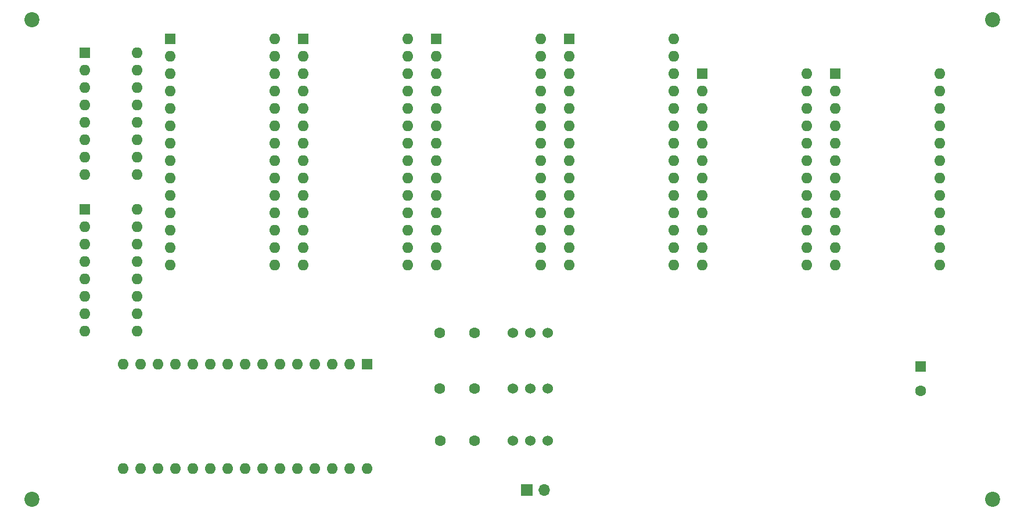
<source format=gbs>
%TF.GenerationSoftware,KiCad,Pcbnew,(6.0.10-0)*%
%TF.CreationDate,2023-09-02T13:11:49+02:00*%
%TF.ProjectId,EPROM_FLASHER,4550524f-4d5f-4464-9c41-534845522e6b,rev?*%
%TF.SameCoordinates,Original*%
%TF.FileFunction,Soldermask,Bot*%
%TF.FilePolarity,Negative*%
%FSLAX46Y46*%
G04 Gerber Fmt 4.6, Leading zero omitted, Abs format (unit mm)*
G04 Created by KiCad (PCBNEW (6.0.10-0)) date 2023-09-02 13:11:49*
%MOMM*%
%LPD*%
G01*
G04 APERTURE LIST*
%ADD10R,1.600000X1.600000*%
%ADD11O,1.600000X1.600000*%
%ADD12C,1.524000*%
%ADD13C,2.200000*%
%ADD14C,1.600000*%
%ADD15R,1.700000X1.700000*%
%ADD16O,1.700000X1.700000*%
G04 APERTURE END LIST*
D10*
%TO.C,U4*%
X148532200Y-43414000D03*
D11*
X148532200Y-45954000D03*
X148532200Y-48494000D03*
X148532200Y-51034000D03*
X148532200Y-53574000D03*
X148532200Y-56114000D03*
X148532200Y-58654000D03*
X148532200Y-61194000D03*
X148532200Y-63734000D03*
X148532200Y-66274000D03*
X148532200Y-68814000D03*
X148532200Y-71354000D03*
X163772200Y-71354000D03*
X163772200Y-68814000D03*
X163772200Y-66274000D03*
X163772200Y-63734000D03*
X163772200Y-61194000D03*
X163772200Y-58654000D03*
X163772200Y-56114000D03*
X163772200Y-53574000D03*
X163772200Y-51034000D03*
X163772200Y-48494000D03*
X163772200Y-45954000D03*
X163772200Y-43414000D03*
%TD*%
D12*
%TO.C,SW3*%
X120904000Y-97028000D03*
X123444000Y-97028000D03*
X125984000Y-97028000D03*
%TD*%
D10*
%TO.C,U6*%
X109723000Y-38364000D03*
D11*
X109723000Y-40904000D03*
X109723000Y-43444000D03*
X109723000Y-45984000D03*
X109723000Y-48524000D03*
X109723000Y-51064000D03*
X109723000Y-53604000D03*
X109723000Y-56144000D03*
X109723000Y-58684000D03*
X109723000Y-61224000D03*
X109723000Y-63764000D03*
X109723000Y-66304000D03*
X109723000Y-68844000D03*
X109723000Y-71384000D03*
X124963000Y-71384000D03*
X124963000Y-68844000D03*
X124963000Y-66304000D03*
X124963000Y-63764000D03*
X124963000Y-61224000D03*
X124963000Y-58684000D03*
X124963000Y-56144000D03*
X124963000Y-53604000D03*
X124963000Y-51064000D03*
X124963000Y-48524000D03*
X124963000Y-45984000D03*
X124963000Y-43444000D03*
X124963000Y-40904000D03*
X124963000Y-38364000D03*
%TD*%
D13*
%TO.C,H2*%
X190800000Y-35560000D03*
%TD*%
%TO.C,H3*%
X190800000Y-105560000D03*
%TD*%
D14*
%TO.C,C1*%
X115276000Y-81280000D03*
X110276000Y-81280000D03*
%TD*%
%TO.C,C2*%
X115276000Y-89408000D03*
X110276000Y-89408000D03*
%TD*%
D10*
%TO.C,A1*%
X99615800Y-85862000D03*
D11*
X97075800Y-85862000D03*
X94535800Y-85862000D03*
X91995800Y-85862000D03*
X89455800Y-85862000D03*
X86915800Y-85862000D03*
X84375800Y-85862000D03*
X81835800Y-85862000D03*
X79295800Y-85862000D03*
X76755800Y-85862000D03*
X74215800Y-85862000D03*
X71675800Y-85862000D03*
X69135800Y-85862000D03*
X66595800Y-85862000D03*
X64055800Y-85862000D03*
X64055800Y-101102000D03*
X66595800Y-101102000D03*
X69135800Y-101102000D03*
X71675800Y-101102000D03*
X74215800Y-101102000D03*
X76755800Y-101102000D03*
X79295800Y-101102000D03*
X81835800Y-101102000D03*
X84375800Y-101102000D03*
X86915800Y-101102000D03*
X89455800Y-101102000D03*
X91995800Y-101102000D03*
X94535800Y-101102000D03*
X97075800Y-101102000D03*
X99615800Y-101102000D03*
%TD*%
D10*
%TO.C,C4*%
X180340000Y-86231300D03*
D14*
X180340000Y-89731300D03*
%TD*%
D10*
%TO.C,U8*%
X70913800Y-38364000D03*
D11*
X70913800Y-40904000D03*
X70913800Y-43444000D03*
X70913800Y-45984000D03*
X70913800Y-48524000D03*
X70913800Y-51064000D03*
X70913800Y-53604000D03*
X70913800Y-56144000D03*
X70913800Y-58684000D03*
X70913800Y-61224000D03*
X70913800Y-63764000D03*
X70913800Y-66304000D03*
X70913800Y-68844000D03*
X70913800Y-71384000D03*
X86153800Y-71384000D03*
X86153800Y-68844000D03*
X86153800Y-66304000D03*
X86153800Y-63764000D03*
X86153800Y-61224000D03*
X86153800Y-58684000D03*
X86153800Y-56144000D03*
X86153800Y-53604000D03*
X86153800Y-51064000D03*
X86153800Y-48524000D03*
X86153800Y-45984000D03*
X86153800Y-43444000D03*
X86153800Y-40904000D03*
X86153800Y-38364000D03*
%TD*%
D13*
%TO.C,H4*%
X50800000Y-105560000D03*
%TD*%
%TO.C,H1*%
X50800000Y-35560000D03*
%TD*%
D15*
%TO.C,J3*%
X122978800Y-104245200D03*
D16*
X125518800Y-104245200D03*
%TD*%
D10*
%TO.C,U2*%
X129127600Y-38364000D03*
D11*
X129127600Y-40904000D03*
X129127600Y-43444000D03*
X129127600Y-45984000D03*
X129127600Y-48524000D03*
X129127600Y-51064000D03*
X129127600Y-53604000D03*
X129127600Y-56144000D03*
X129127600Y-58684000D03*
X129127600Y-61224000D03*
X129127600Y-63764000D03*
X129127600Y-66304000D03*
X129127600Y-68844000D03*
X129127600Y-71384000D03*
X144367600Y-71384000D03*
X144367600Y-68844000D03*
X144367600Y-66304000D03*
X144367600Y-63764000D03*
X144367600Y-61224000D03*
X144367600Y-58684000D03*
X144367600Y-56144000D03*
X144367600Y-53604000D03*
X144367600Y-51064000D03*
X144367600Y-48524000D03*
X144367600Y-45984000D03*
X144367600Y-43444000D03*
X144367600Y-40904000D03*
X144367600Y-38364000D03*
%TD*%
D10*
%TO.C,U3*%
X167936800Y-43414000D03*
D11*
X167936800Y-45954000D03*
X167936800Y-48494000D03*
X167936800Y-51034000D03*
X167936800Y-53574000D03*
X167936800Y-56114000D03*
X167936800Y-58654000D03*
X167936800Y-61194000D03*
X167936800Y-63734000D03*
X167936800Y-66274000D03*
X167936800Y-68814000D03*
X167936800Y-71354000D03*
X183176800Y-71354000D03*
X183176800Y-68814000D03*
X183176800Y-66274000D03*
X183176800Y-63734000D03*
X183176800Y-61194000D03*
X183176800Y-58654000D03*
X183176800Y-56114000D03*
X183176800Y-53574000D03*
X183176800Y-51034000D03*
X183176800Y-48494000D03*
X183176800Y-45954000D03*
X183176800Y-43414000D03*
%TD*%
D10*
%TO.C,U5*%
X58477800Y-63261000D03*
D11*
X58477800Y-65801000D03*
X58477800Y-68341000D03*
X58477800Y-70881000D03*
X58477800Y-73421000D03*
X58477800Y-75961000D03*
X58477800Y-78501000D03*
X58477800Y-81041000D03*
X66097800Y-81041000D03*
X66097800Y-78501000D03*
X66097800Y-75961000D03*
X66097800Y-73421000D03*
X66097800Y-70881000D03*
X66097800Y-68341000D03*
X66097800Y-65801000D03*
X66097800Y-63261000D03*
%TD*%
D10*
%TO.C,U7*%
X90318400Y-38364000D03*
D11*
X90318400Y-40904000D03*
X90318400Y-43444000D03*
X90318400Y-45984000D03*
X90318400Y-48524000D03*
X90318400Y-51064000D03*
X90318400Y-53604000D03*
X90318400Y-56144000D03*
X90318400Y-58684000D03*
X90318400Y-61224000D03*
X90318400Y-63764000D03*
X90318400Y-66304000D03*
X90318400Y-68844000D03*
X90318400Y-71384000D03*
X105558400Y-71384000D03*
X105558400Y-68844000D03*
X105558400Y-66304000D03*
X105558400Y-63764000D03*
X105558400Y-61224000D03*
X105558400Y-58684000D03*
X105558400Y-56144000D03*
X105558400Y-53604000D03*
X105558400Y-51064000D03*
X105558400Y-48524000D03*
X105558400Y-45984000D03*
X105558400Y-43444000D03*
X105558400Y-40904000D03*
X105558400Y-38364000D03*
%TD*%
D10*
%TO.C,U1*%
X58477800Y-40401000D03*
D11*
X58477800Y-42941000D03*
X58477800Y-45481000D03*
X58477800Y-48021000D03*
X58477800Y-50561000D03*
X58477800Y-53101000D03*
X58477800Y-55641000D03*
X58477800Y-58181000D03*
X66097800Y-58181000D03*
X66097800Y-55641000D03*
X66097800Y-53101000D03*
X66097800Y-50561000D03*
X66097800Y-48021000D03*
X66097800Y-45481000D03*
X66097800Y-42941000D03*
X66097800Y-40401000D03*
%TD*%
D12*
%TO.C,SW2*%
X120904000Y-89408000D03*
X123444000Y-89408000D03*
X125984000Y-89408000D03*
%TD*%
D14*
%TO.C,C3*%
X115316000Y-97028000D03*
X110316000Y-97028000D03*
%TD*%
D12*
%TO.C,SW1*%
X120904000Y-81280000D03*
X123444000Y-81280000D03*
X125984000Y-81280000D03*
%TD*%
M02*

</source>
